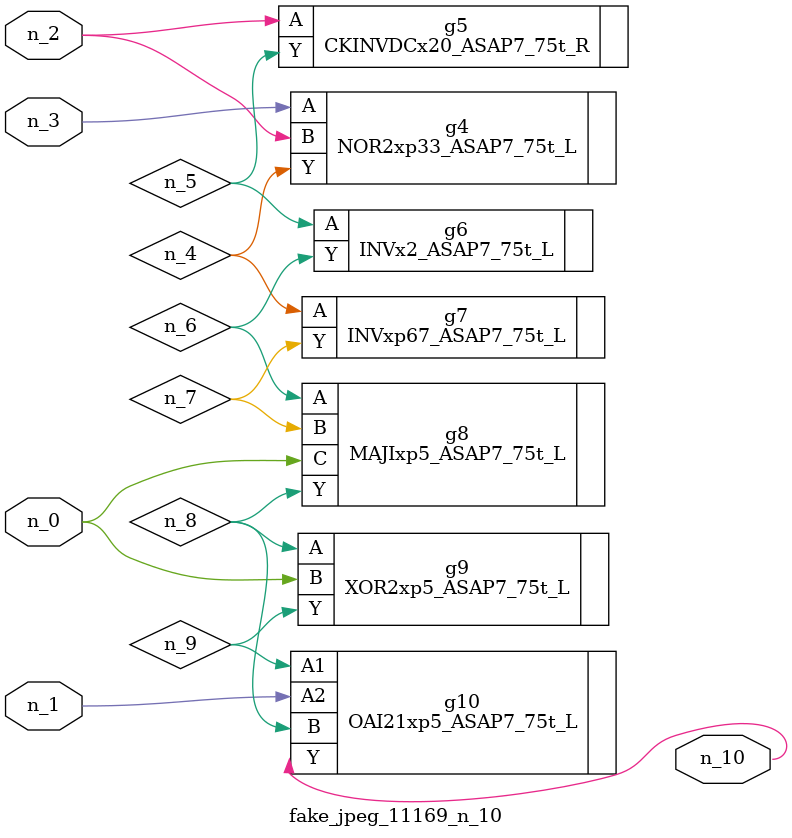
<source format=v>
module fake_jpeg_11169_n_10 (n_0, n_3, n_2, n_1, n_10);

input n_0;
input n_3;
input n_2;
input n_1;

output n_10;

wire n_4;
wire n_8;
wire n_9;
wire n_6;
wire n_5;
wire n_7;

NOR2xp33_ASAP7_75t_L g4 ( 
.A(n_3),
.B(n_2),
.Y(n_4)
);

CKINVDCx20_ASAP7_75t_R g5 ( 
.A(n_2),
.Y(n_5)
);

INVx2_ASAP7_75t_L g6 ( 
.A(n_5),
.Y(n_6)
);

MAJIxp5_ASAP7_75t_L g8 ( 
.A(n_6),
.B(n_7),
.C(n_0),
.Y(n_8)
);

INVxp67_ASAP7_75t_L g7 ( 
.A(n_4),
.Y(n_7)
);

XOR2xp5_ASAP7_75t_L g9 ( 
.A(n_8),
.B(n_0),
.Y(n_9)
);

OAI21xp5_ASAP7_75t_L g10 ( 
.A1(n_9),
.A2(n_1),
.B(n_8),
.Y(n_10)
);


endmodule
</source>
